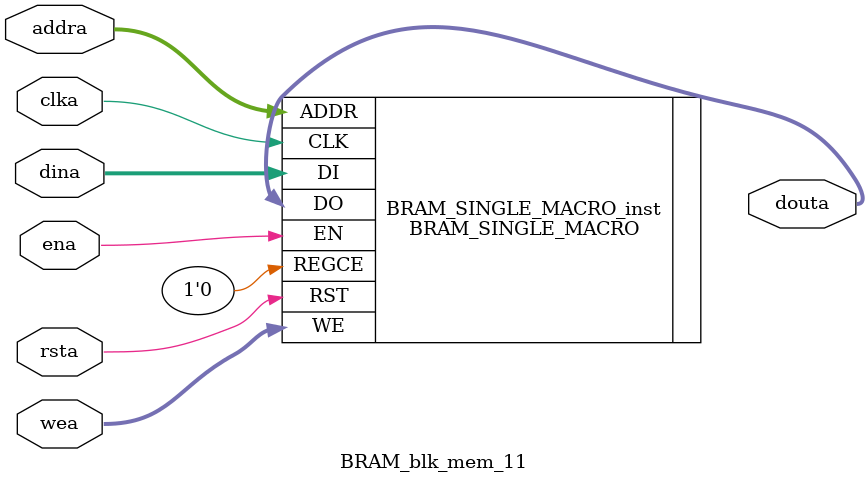
<source format=v>
`timescale 1ns/1ps

module BRAM_blk_mem_11 (
  clka,
  ena,
  wea,
  addra,
  dina,
  douta,
  rsta
);


input wire clka;

input wire ena;

input wire rsta;

input wire [1 : 0] wea;

input wire [9 : 0] addra;

input wire [15 : 0] dina;

output wire [15 : 0] douta;


// BRAM_SINGLE_MACRO : In order to incorporate this function into the design,
//   Verilog   : the following instance declaration needs to be placed
//  instance   : in the body of the design code.  The instance name
// declaration : (BRAM_SINGLE_MACRO_inst) and/or the port declarations within the
//    code     : parenthesis may be changed to properly reference and
//             : connect this function to the design.  All inputs
//             : and outputs must be connected.

//  <-----Cut code below this line---->

   // BRAM_SINGLE_MACRO: Single Port RAM
   //                    Artix-7
   // Xilinx HDL Language Template, version 2016.4
   
   /////////////////////////////////////////////////////////////////////
   //  READ_WIDTH | BRAM_SIZE | READ Depth  | ADDR Width |            //
   // WRITE_WIDTH |           | WRITE Depth |            |  WE Width  //
   // ============|===========|=============|============|============//
   //    37-72    |  "36Kb"   |      512    |    9-bit   |    8-bit   //
   //    19-36    |  "36Kb"   |     1024    |   10-bit   |    4-bit   //
   //    19-36    |  "18Kb"   |      512    |    9-bit   |    4-bit   //
   //    10-18    |  "36Kb"   |     2048    |   11-bit   |    2-bit   //
   //    10-18    |  "18Kb"   |     1024    |   10-bit   |    2-bit   //
   //     5-9     |  "36Kb"   |     4096    |   12-bit   |    1-bit   //
   //     5-9     |  "18Kb"   |     2048    |   11-bit   |    1-bit   //
   //     3-4     |  "36Kb"   |     8192    |   13-bit   |    1-bit   //
   //     3-4     |  "18Kb"   |     4096    |   12-bit   |    1-bit   //
   //       2     |  "36Kb"   |    16384    |   14-bit   |    1-bit   //
   //       2     |  "18Kb"   |     8192    |   13-bit   |    1-bit   //
   //       1     |  "36Kb"   |    32768    |   15-bit   |    1-bit   //
   //       1     |  "18Kb"   |    16384    |   14-bit   |    1-bit   //
   /////////////////////////////////////////////////////////////////////

   BRAM_SINGLE_MACRO #(
      .BRAM_SIZE("18Kb"), // Target BRAM, "18Kb" or "36Kb" 
      .DEVICE("7SERIES"), // Target Device: "7SERIES" 
      .DO_REG(0), // Optional output register (0 or 1)
      .INIT(36'h000000000), // Initial values on output port
      .INIT_FILE ("weight_11.mem"),
      .WRITE_WIDTH(16), // Valid values are 1-72 (37-72 only valid when BRAM_SIZE="36Kb")
      .READ_WIDTH(16),  // Valid values are 1-72 (37-72 only valid when BRAM_SIZE="36Kb")
      .SRVAL(36'h000000000), // Set/Reset value for port output
      .WRITE_MODE("WRITE_FIRST"), // "WRITE_FIRST", "READ_FIRST", or "NO_CHANGE" 
      .INIT_00(256'h0000000000000000000000000000000000000000000000000000000000000000),
      .INIT_01(256'h0000000000000000000000000000000000000000000000000000000000000000),
      .INIT_02(256'h0000000000000000000000000000000000000000000000000000000000000000),
      .INIT_03(256'h0000000000000000000000000000000000000000000000000000000000000000),
      .INIT_04(256'h0000000000000000000000000000000000000000000000000000000000000000),
      .INIT_05(256'h0000000000000000000000000000000000000000000000000000000000000000),
      .INIT_06(256'h0000000000000000000000000000000000000000000000000000000000000000),
      .INIT_07(256'h0000000000000000000000000000000000000000000000000000000000000000),
      .INIT_08(256'h0000000000000000000000000000000000000000000000000000000000000000),
      .INIT_09(256'h0000000000000000000000000000000000000000000000000000000000000000),
      .INIT_0A(256'h0000000000000000000000000000000000000000000000000000000000000000),
      .INIT_0B(256'h0000000000000000000000000000000000000000000000000000000000000000),
      .INIT_0C(256'h0000000000000000000000000000000000000000000000000000000000000000),
      .INIT_0D(256'h0000000000000000000000000000000000000000000000000000000000000000),
      .INIT_0E(256'h0000000000000000000000000000000000000000000000000000000000000000),
      .INIT_0F(256'h0000000000000000000000000000000000000000000000000000000000000000),
      .INIT_10(256'h0000000000000000000000000000000000000000000000000000000000000000),
      .INIT_11(256'h0000000000000000000000000000000000000000000000000000000000000000),
      .INIT_12(256'h0000000000000000000000000000000000000000000000000000000000000000),
      .INIT_13(256'h0000000000000000000000000000000000000000000000000000000000000000),
      .INIT_14(256'h0000000000000000000000000000000000000000000000000000000000000000),
      .INIT_15(256'h0000000000000000000000000000000000000000000000000000000000000000),
      .INIT_16(256'h0000000000000000000000000000000000000000000000000000000000000000),
      .INIT_17(256'h0000000000000000000000000000000000000000000000000000000000000000),
      .INIT_18(256'h0000000000000000000000000000000000000000000000000000000000000000),
      .INIT_19(256'h0000000000000000000000000000000000000000000000000000000000000000),
      .INIT_1A(256'h0000000000000000000000000000000000000000000000000000000000000000),
      .INIT_1B(256'h0000000000000000000000000000000000000000000000000000000000000000),
      .INIT_1C(256'h0000000000000000000000000000000000000000000000000000000000000000),
      .INIT_1D(256'h0000000000000000000000000000000000000000000000000000000000000000),
      .INIT_1E(256'h0000000000000000000000000000000000000000000000000000000000000000),
      .INIT_1F(256'h0000000000000000000000000000000000000000000000000000000000000000),
      .INIT_20(256'h0000000000000000000000000000000000000000000000000000000000000000),
      .INIT_21(256'h0000000000000000000000000000000000000000000000000000000000000000),
      .INIT_22(256'h0000000000000000000000000000000000000000000000000000000000000000),
      .INIT_23(256'h0000000000000000000000000000000000000000000000000000000000000000),
      .INIT_24(256'h0000000000000000000000000000000000000000000000000000000000000000),
      .INIT_25(256'h0000000000000000000000000000000000000000000000000000000000000000),
      .INIT_26(256'h0000000000000000000000000000000000000000000000000000000000000000),
      .INIT_27(256'h0000000000000000000000000000000000000000000000000000000000000000),
      .INIT_28(256'h0000000000000000000000000000000000000000000000000000000000000000),
      .INIT_29(256'h0000000000000000000000000000000000000000000000000000000000000000),
      .INIT_2A(256'h0000000000000000000000000000000000000000000000000000000000000000),
      .INIT_2B(256'h0000000000000000000000000000000000000000000000000000000000000000),
      .INIT_2C(256'h0000000000000000000000000000000000000000000000000000000000000000),
      .INIT_2D(256'h0000000000000000000000000000000000000000000000000000000000000000),
      .INIT_2E(256'h0000000000000000000000000000000000000000000000000000000000000000),
      .INIT_2F(256'h0000000000000000000000000000000000000000000000000000000000000000),
      .INIT_30(256'h0000000000000000000000000000000000000000000000000000000000000000),
      .INIT_31(256'h0000000000000000000000000000000000000000000000000000000000000000),
      .INIT_32(256'h0000000000000000000000000000000000000000000000000000000000000000),
      .INIT_33(256'h0000000000000000000000000000000000000000000000000000000000000000),
      .INIT_34(256'h0000000000000000000000000000000000000000000000000000000000000000),
      .INIT_35(256'h0000000000000000000000000000000000000000000000000000000000000000),
      .INIT_36(256'h0000000000000000000000000000000000000000000000000000000000000000),
      .INIT_37(256'h0000000000000000000000000000000000000000000000000000000000000000),
      .INIT_38(256'h0000000000000000000000000000000000000000000000000000000000000000),
      .INIT_39(256'h0000000000000000000000000000000000000000000000000000000000000000),
      .INIT_3A(256'h0000000000000000000000000000000000000000000000000000000000000000),
      .INIT_3B(256'h0000000000000000000000000000000000000000000000000000000000000000),
      .INIT_3C(256'h0000000000000000000000000000000000000000000000000000000000000000),
      .INIT_3D(256'h0000000000000000000000000000000000000000000000000000000000000000),
      .INIT_3E(256'h0000000000000000000000000000000000000000000000000000000000000000),
      .INIT_3F(256'h0000000000000000000000000000000000000000000000000000000000000000),
      
      // The next set of INIT_xx are valid when configured as 36Kb
      .INIT_40(256'h0000000000000000000000000000000000000000000000000000000000000000),
      .INIT_41(256'h0000000000000000000000000000000000000000000000000000000000000000),
      .INIT_42(256'h0000000000000000000000000000000000000000000000000000000000000000),
      .INIT_43(256'h0000000000000000000000000000000000000000000000000000000000000000),
      .INIT_44(256'h0000000000000000000000000000000000000000000000000000000000000000),
      .INIT_45(256'h0000000000000000000000000000000000000000000000000000000000000000),
      .INIT_46(256'h0000000000000000000000000000000000000000000000000000000000000000),
      .INIT_47(256'h0000000000000000000000000000000000000000000000000000000000000000),
      .INIT_48(256'h0000000000000000000000000000000000000000000000000000000000000000),
      .INIT_49(256'h0000000000000000000000000000000000000000000000000000000000000000),
      .INIT_4A(256'h0000000000000000000000000000000000000000000000000000000000000000),
      .INIT_4B(256'h0000000000000000000000000000000000000000000000000000000000000000),
      .INIT_4C(256'h0000000000000000000000000000000000000000000000000000000000000000),
      .INIT_4D(256'h0000000000000000000000000000000000000000000000000000000000000000),
      .INIT_4E(256'h0000000000000000000000000000000000000000000000000000000000000000),
      .INIT_4F(256'h0000000000000000000000000000000000000000000000000000000000000000),
      .INIT_50(256'h0000000000000000000000000000000000000000000000000000000000000000),
      .INIT_51(256'h0000000000000000000000000000000000000000000000000000000000000000),
      .INIT_52(256'h0000000000000000000000000000000000000000000000000000000000000000),
      .INIT_53(256'h0000000000000000000000000000000000000000000000000000000000000000),
      .INIT_54(256'h0000000000000000000000000000000000000000000000000000000000000000),
      .INIT_55(256'h0000000000000000000000000000000000000000000000000000000000000000),
      .INIT_56(256'h0000000000000000000000000000000000000000000000000000000000000000),
      .INIT_57(256'h0000000000000000000000000000000000000000000000000000000000000000),
      .INIT_58(256'h0000000000000000000000000000000000000000000000000000000000000000),
      .INIT_59(256'h0000000000000000000000000000000000000000000000000000000000000000),
      .INIT_5A(256'h0000000000000000000000000000000000000000000000000000000000000000),
      .INIT_5B(256'h0000000000000000000000000000000000000000000000000000000000000000),
      .INIT_5C(256'h0000000000000000000000000000000000000000000000000000000000000000),
      .INIT_5D(256'h0000000000000000000000000000000000000000000000000000000000000000),
      .INIT_5E(256'h0000000000000000000000000000000000000000000000000000000000000000),
      .INIT_5F(256'h0000000000000000000000000000000000000000000000000000000000000000),
      .INIT_60(256'h0000000000000000000000000000000000000000000000000000000000000000),
      .INIT_61(256'h0000000000000000000000000000000000000000000000000000000000000000),
      .INIT_62(256'h0000000000000000000000000000000000000000000000000000000000000000),
      .INIT_63(256'h0000000000000000000000000000000000000000000000000000000000000000),
      .INIT_64(256'h0000000000000000000000000000000000000000000000000000000000000000),
      .INIT_65(256'h0000000000000000000000000000000000000000000000000000000000000000),
      .INIT_66(256'h0000000000000000000000000000000000000000000000000000000000000000),
      .INIT_67(256'h0000000000000000000000000000000000000000000000000000000000000000),
      .INIT_68(256'h0000000000000000000000000000000000000000000000000000000000000000),
      .INIT_69(256'h0000000000000000000000000000000000000000000000000000000000000000),
      .INIT_6A(256'h0000000000000000000000000000000000000000000000000000000000000000),
      .INIT_6B(256'h0000000000000000000000000000000000000000000000000000000000000000),
      .INIT_6C(256'h0000000000000000000000000000000000000000000000000000000000000000),
      .INIT_6D(256'h0000000000000000000000000000000000000000000000000000000000000000),
      .INIT_6E(256'h0000000000000000000000000000000000000000000000000000000000000000),
      .INIT_6F(256'h0000000000000000000000000000000000000000000000000000000000000000),
      .INIT_70(256'h0000000000000000000000000000000000000000000000000000000000000000),
      .INIT_71(256'h0000000000000000000000000000000000000000000000000000000000000000),
      .INIT_72(256'h0000000000000000000000000000000000000000000000000000000000000000),
      .INIT_73(256'h0000000000000000000000000000000000000000000000000000000000000000),
      .INIT_74(256'h0000000000000000000000000000000000000000000000000000000000000000),
      .INIT_75(256'h0000000000000000000000000000000000000000000000000000000000000000),
      .INIT_76(256'h0000000000000000000000000000000000000000000000000000000000000000),
      .INIT_77(256'h0000000000000000000000000000000000000000000000000000000000000000),
      .INIT_78(256'h0000000000000000000000000000000000000000000000000000000000000000),
      .INIT_79(256'h0000000000000000000000000000000000000000000000000000000000000000),
      .INIT_7A(256'h0000000000000000000000000000000000000000000000000000000000000000),
      .INIT_7B(256'h0000000000000000000000000000000000000000000000000000000000000000),
      .INIT_7C(256'h0000000000000000000000000000000000000000000000000000000000000000),
      .INIT_7D(256'h0000000000000000000000000000000000000000000000000000000000000000),
      .INIT_7E(256'h0000000000000000000000000000000000000000000000000000000000000000),
      .INIT_7F(256'h0000000000000000000000000000000000000000000000000000000000000000),
      
      // The next set of INITP_xx are for the parity bits
      .INITP_00(256'h0000000000000000000000000000000000000000000000000000000000000000),
      .INITP_01(256'h0000000000000000000000000000000000000000000000000000000000000000),
      .INITP_02(256'h0000000000000000000000000000000000000000000000000000000000000000),
      .INITP_03(256'h0000000000000000000000000000000000000000000000000000000000000000),
      .INITP_04(256'h0000000000000000000000000000000000000000000000000000000000000000),
      .INITP_05(256'h0000000000000000000000000000000000000000000000000000000000000000),
      .INITP_06(256'h0000000000000000000000000000000000000000000000000000000000000000),
      .INITP_07(256'h0000000000000000000000000000000000000000000000000000000000000000),
      
      // The next set of INIT_xx are valid when configured as 36Kb
      .INITP_08(256'h0000000000000000000000000000000000000000000000000000000000000000),
      .INITP_09(256'h0000000000000000000000000000000000000000000000000000000000000000),
      .INITP_0A(256'h0000000000000000000000000000000000000000000000000000000000000000),
      .INITP_0B(256'h0000000000000000000000000000000000000000000000000000000000000000),
      .INITP_0C(256'h0000000000000000000000000000000000000000000000000000000000000000),
      .INITP_0D(256'h0000000000000000000000000000000000000000000000000000000000000000),
      .INITP_0E(256'h0000000000000000000000000000000000000000000000000000000000000000),
      .INITP_0F(256'h0000000000000000000000000000000000000000000000000000000000000000)
   ) BRAM_SINGLE_MACRO_inst (
      .DO(douta),       // Output data, width defined by READ_WIDTH parameter
      .ADDR(addra),   // Input address, width defined by read/write port depth
      .CLK(clka),     // 1-bit input clock
      .DI(dina),       // Input data port, width defined by WRITE_WIDTH parameter
      .EN(ena),       // 1-bit input RAM enable
      .REGCE(1'D0), // 1-bit input output register enable
      .RST(rsta),     // 1-bit input reset
      .WE(wea)        // Input write enable, width defined by write port depth
   );

   // End of BRAM_SINGLE_MACRO_inst instantiation
				
				
				
  
endmodule

</source>
